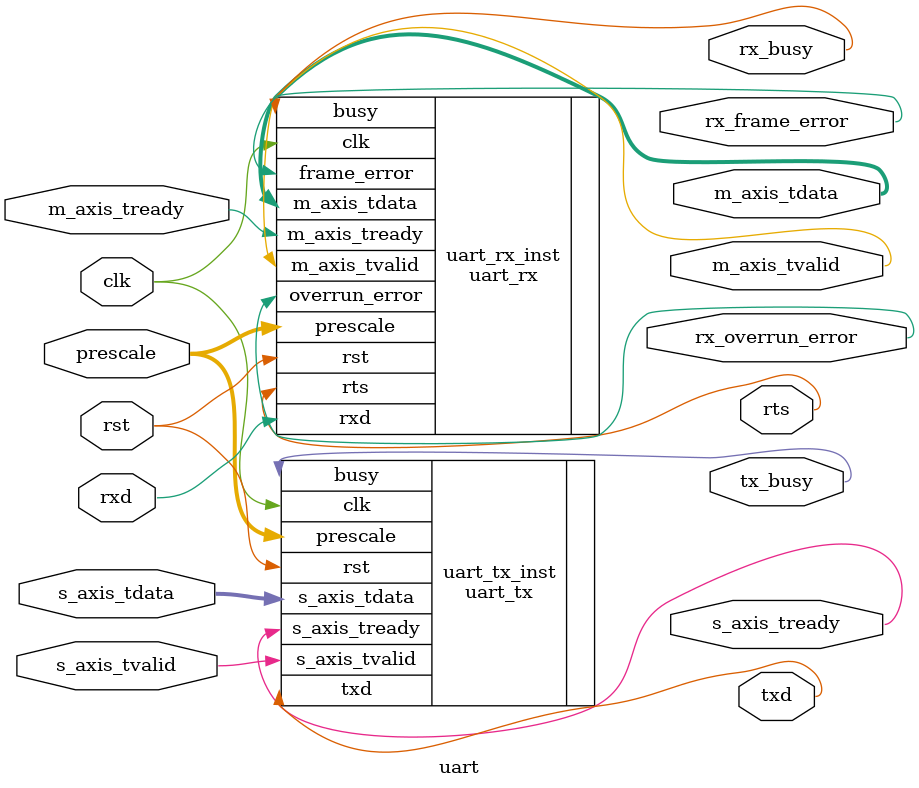
<source format=v>
/*

Copyright (c) 2014-2017 Alex Forencich

Permission is hereby granted, free of charge, to any person obtaining a copy
of this software and associated documentation files (the "Software"), to deal
in the Software without restriction, including without limitation the rights
to use, copy, modify, merge, publish, distribute, sublicense, and/or sell
copies of the Software, and to permit persons to whom the Software is
furnished to do so, subject to the following conditions:

The above copyright notice and this permission notice shall be included in
all copies or substantial portions of the Software.

THE SOFTWARE IS PROVIDED "AS IS", WITHOUT WARRANTY OF ANY KIND, EXPRESS OR
IMPLIED, INCLUDING BUT NOT LIMITED TO THE WARRANTIES OF MERCHANTABILITY
FITNESS FOR A PARTICULAR PURPOSE AND NONINFRINGEMENT. IN NO EVENT SHALL THE
AUTHORS OR COPYRIGHT HOLDERS BE LIABLE FOR ANY CLAIM, DAMAGES OR OTHER
LIABILITY, WHETHER IN AN ACTION OF CONTRACT, TORT OR OTHERWISE, ARISING FROM,
OUT OF OR IN CONNECTION WITH THE SOFTWARE OR THE USE OR OTHER DEALINGS IN
THE SOFTWARE.

*/

// Language: Verilog 2001

`timescale 1ns / 1ps

/*
 * AXI4-Stream UART
 */
module uart #
(
    parameter DATA_WIDTH = 8
)
(
    input  wire                   clk,
    input  wire                   rst,

    /*
     * AXI input
     */
    input  wire [DATA_WIDTH-1:0]  s_axis_tdata,
    input  wire                   s_axis_tvalid,
    output wire                   s_axis_tready,

    /*
     * AXI output
     */
    output wire [DATA_WIDTH-1:0]  m_axis_tdata,
    output wire                   m_axis_tvalid,
    input  wire                   m_axis_tready,

    /*
     * UART interface
     */
    input  wire                   rxd,
    output wire                   txd,

    /*
     * Status
     */
    output wire                   tx_busy,
    output wire                   rx_busy,
    output wire                   rx_overrun_error,
    output wire                   rx_frame_error,
    output wire                   rts,

    /*
     * Configuration
     */
    input  wire [15:0]            prescale

);

uart_tx #(
    .DATA_WIDTH(DATA_WIDTH)
)
uart_tx_inst (
    .clk(clk),
    .rst(rst),
    // axi input
    .s_axis_tdata(s_axis_tdata),
    .s_axis_tvalid(s_axis_tvalid),
    .s_axis_tready(s_axis_tready),
    // output
    .txd(txd),
    // status
    .busy(tx_busy),
    // configuration
    .prescale(prescale)
);

uart_rx #(
    .DATA_WIDTH(DATA_WIDTH)
)
uart_rx_inst (
    .clk(clk),
    .rst(rst),
    // axi output
    .m_axis_tdata(m_axis_tdata),
    .m_axis_tvalid(m_axis_tvalid),
    .m_axis_tready(m_axis_tready),
    // input
    .rxd(rxd),
    // status
    .busy(rx_busy),
    .overrun_error(rx_overrun_error),
    .frame_error(rx_frame_error),
    .rts(rts),
    // configuration
    .prescale(prescale)
);

endmodule

</source>
